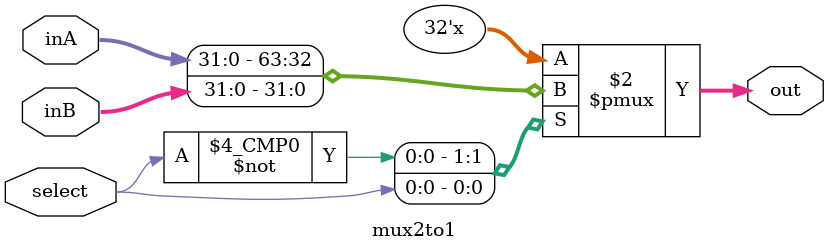
<source format=v>
module mux2to1 
	#(parameter bits = 32)
	(  
	input [bits-1:0] inA, 
	input [bits-1:0] inB, 
	input select,
	output reg [bits-1:0] out
	);
	
	always @(*)
	
	case (select)
		2'b00: out = inA; //selectA
		2'b01: out = inB;	//selectB
		default out = {bits{1'b0}};
	endcase
	
endmodule 
</source>
